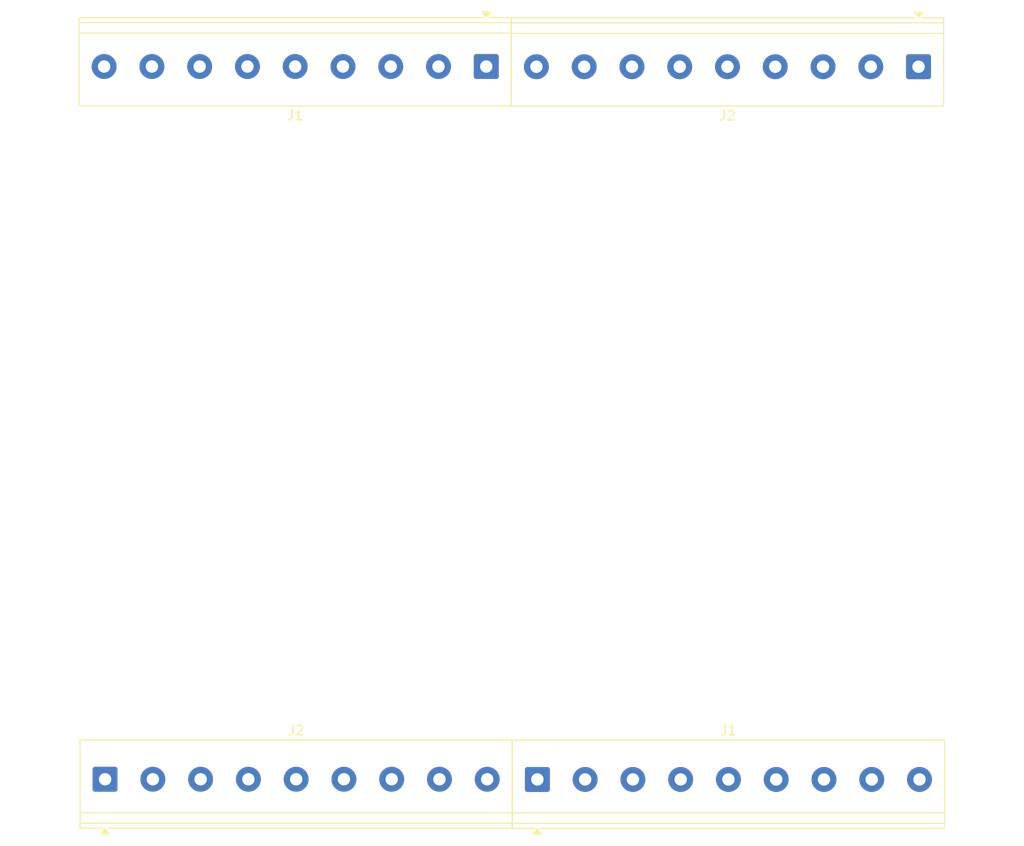
<source format=kicad_pcb>
(kicad_pcb (version 20241229) (generator "pcbnew") (generator_version "9.0")
  (layers (0 "F.Cu" signal) (2 "B.Cu" signal) (13 "F.Paste" user) (15 "B.Paste" user) (5 "F.SilkS" user "F.Silkscreen") (7 "B.SilkS" user "B.Silkscreen") (1 "F.Mask" user) (3 "B.Mask" user) (25 "Edge.Cuts" user))
  (net 0 "")
  (footprint "TerminalBlock_Phoenix:TerminalBlock_Phoenix_PT-1,5-9-5.0-H_1x09_P5.00mm_Horizontal" (layer "F.Cu") (at 204.3 116.11 180)
    (property "Reference" "J1" (at 20 -5.12 0) (layer "F.SilkS"))
    (property "Value" "Screw_Terminal_01x09")
    (fp_line (start 42.62 5.12) (end 0.3 5.12) (stroke (width 0.12)) (layer "F.SilkS"))
    (fp_line (start 42.62 -4.12) (end 42.62 5.12) (stroke (width 0.12)) (layer "F.SilkS"))
    (fp_line (start -0.3 5.12) (end -2.62 5.12) (stroke (width 0.12)) (layer "F.SilkS"))
    (fp_line (start -2.62 5.12) (end -2.62 -4.12) (stroke (width 0.12)) (layer "F.SilkS"))
    (fp_line (start -2.62 4.6) (end 42.62 4.6) (stroke (width 0.12)) (layer "F.SilkS"))
    (fp_line (start -2.62 3.5) (end 42.62 3.5) (stroke (width 0.12)) (layer "F.SilkS"))
    (fp_line (start -2.62 -4.12) (end 42.62 -4.12) (stroke (width 0.12)) (layer "F.SilkS"))
    (fp_poly (pts (xy 0 5.12) (xy 0.44 5.73) (xy -0.44 5.73)) (stroke (width 0.12)) (fill yes) (layer "F.SilkS"))
    (pad "1" thru_hole roundrect (at 0 0 180) (size 2.6 2.6) (drill 1.3) (layers "*.Cu" "*.Mask") (roundrect_rratio 0.096154))
    (pad "2" thru_hole circle (at 5 0 180) (size 2.6 2.6) (drill 1.3) (layers "*.Cu" "*.Mask"))
    (pad "3" thru_hole circle (at 10 0 180) (size 2.6 2.6) (drill 1.3) (layers "*.Cu" "*.Mask"))
    (pad "4" thru_hole circle (at 15 0 180) (size 2.6 2.6) (drill 1.3) (layers "*.Cu" "*.Mask"))
    (pad "5" thru_hole circle (at 20 0 180) (size 2.6 2.6) (drill 1.3) (layers "*.Cu" "*.Mask"))
    (pad "6" thru_hole circle (at 25 0 180) (size 2.6 2.6) (drill 1.3) (layers "*.Cu" "*.Mask"))
    (pad "7" thru_hole circle (at 30 0 180) (size 2.6 2.6) (drill 1.3) (layers "*.Cu" "*.Mask"))
    (pad "8" thru_hole circle (at 35 0 180) (size 2.6 2.6) (drill 1.3) (layers "*.Cu" "*.Mask"))
    (pad "9" thru_hole circle (at 40 0 180) (size 2.6 2.6) (drill 1.3) (layers "*.Cu" "*.Mask"))
  )
  (footprint "TerminalBlock_Phoenix:TerminalBlock_Phoenix_PT-1,5-9-5.0-H_1x09_P5.00mm_Horizontal" (layer "F.Cu") (at 209.65 190.78)
    (property "Reference" "J1" (at 20 -5.12 0) (layer "F.SilkS"))
    (property "Value" "Screw_Terminal_01x09")
    (fp_line (start -2.62 -4.12) (end 42.62 -4.12) (stroke (width 0.12)) (layer "F.SilkS"))
    (fp_line (start -2.62 3.5) (end 42.62 3.5) (stroke (width 0.12)) (layer "F.SilkS"))
    (fp_line (start -2.62 4.6) (end 42.62 4.6) (stroke (width 0.12)) (layer "F.SilkS"))
    (fp_line (start -2.62 5.12) (end -2.62 -4.12) (stroke (width 0.12)) (layer "F.SilkS"))
    (fp_line (start -0.3 5.12) (end -2.62 5.12) (stroke (width 0.12)) (layer "F.SilkS"))
    (fp_line (start 42.62 -4.12) (end 42.62 5.12) (stroke (width 0.12)) (layer "F.SilkS"))
    (fp_line (start 42.62 5.12) (end 0.3 5.12) (stroke (width 0.12)) (layer "F.SilkS"))
    (fp_poly (pts (xy 0 5.12) (xy 0.44 5.73) (xy -0.44 5.73)) (stroke (width 0.12)) (fill yes) (layer "F.SilkS"))
    (pad "1" thru_hole roundrect (at 0 0) (size 2.6 2.6) (drill 1.3) (layers "*.Cu" "*.Mask") (roundrect_rratio 0.096154))
    (pad "2" thru_hole circle (at 5 0) (size 2.6 2.6) (drill 1.3) (layers "*.Cu" "*.Mask"))
    (pad "3" thru_hole circle (at 10 0) (size 2.6 2.6) (drill 1.3) (layers "*.Cu" "*.Mask"))
    (pad "4" thru_hole circle (at 15 0) (size 2.6 2.6) (drill 1.3) (layers "*.Cu" "*.Mask"))
    (pad "5" thru_hole circle (at 20 0) (size 2.6 2.6) (drill 1.3) (layers "*.Cu" "*.Mask"))
    (pad "6" thru_hole circle (at 25 0) (size 2.6 2.6) (drill 1.3) (layers "*.Cu" "*.Mask"))
    (pad "7" thru_hole circle (at 30 0) (size 2.6 2.6) (drill 1.3) (layers "*.Cu" "*.Mask"))
    (pad "8" thru_hole circle (at 35 0) (size 2.6 2.6) (drill 1.3) (layers "*.Cu" "*.Mask"))
    (pad "9" thru_hole circle (at 40 0) (size 2.6 2.6) (drill 1.3) (layers "*.Cu" "*.Mask"))
  )
  (footprint "TerminalBlock_Phoenix:TerminalBlock_Phoenix_PT-1,5-9-5.0-H_1x09_P5.00mm_Horizontal" (layer "F.Cu") (at 249.55 116.13 180)
    (property "Reference" "J2" (at 20 -5.12 0) (layer "F.SilkS"))
    (property "Value" "Screw_Terminal_01x09")
    (fp_line (start 42.62 5.12) (end 0.3 5.12) (stroke (width 0.12)) (layer "F.SilkS"))
    (fp_line (start 42.62 -4.12) (end 42.62 5.12) (stroke (width 0.12)) (layer "F.SilkS"))
    (fp_line (start -0.3 5.12) (end -2.62 5.12) (stroke (width 0.12)) (layer "F.SilkS"))
    (fp_line (start -2.62 5.12) (end -2.62 -4.12) (stroke (width 0.12)) (layer "F.SilkS"))
    (fp_line (start -2.62 4.6) (end 42.62 4.6) (stroke (width 0.12)) (layer "F.SilkS"))
    (fp_line (start -2.62 3.5) (end 42.62 3.5) (stroke (width 0.12)) (layer "F.SilkS"))
    (fp_line (start -2.62 -4.12) (end 42.62 -4.12) (stroke (width 0.12)) (layer "F.SilkS"))
    (fp_poly (pts (xy 0 5.12) (xy 0.44 5.73) (xy -0.44 5.73)) (stroke (width 0.12)) (fill yes) (layer "F.SilkS"))
    (pad "1" thru_hole roundrect (at 0 0 180) (size 2.6 2.6) (drill 1.3) (layers "*.Cu" "*.Mask") (roundrect_rratio 0.096154))
    (pad "2" thru_hole circle (at 5 0 180) (size 2.6 2.6) (drill 1.3) (layers "*.Cu" "*.Mask"))
    (pad "3" thru_hole circle (at 10 0 180) (size 2.6 2.6) (drill 1.3) (layers "*.Cu" "*.Mask"))
    (pad "4" thru_hole circle (at 15 0 180) (size 2.6 2.6) (drill 1.3) (layers "*.Cu" "*.Mask"))
    (pad "5" thru_hole circle (at 20 0 180) (size 2.6 2.6) (drill 1.3) (layers "*.Cu" "*.Mask"))
    (pad "6" thru_hole circle (at 25 0 180) (size 2.6 2.6) (drill 1.3) (layers "*.Cu" "*.Mask"))
    (pad "7" thru_hole circle (at 30 0 180) (size 2.6 2.6) (drill 1.3) (layers "*.Cu" "*.Mask"))
    (pad "8" thru_hole circle (at 35 0 180) (size 2.6 2.6) (drill 1.3) (layers "*.Cu" "*.Mask"))
    (pad "9" thru_hole circle (at 40 0 180) (size 2.6 2.6) (drill 1.3) (layers "*.Cu" "*.Mask"))
  )
  (footprint "TerminalBlock_Phoenix:TerminalBlock_Phoenix_PT-1,5-9-5.0-H_1x09_P5.00mm_Horizontal" (layer "F.Cu") (at 164.4 190.76)
    (property "Reference" "J2" (at 20 -5.12 0) (layer "F.SilkS"))
    (property "Value" "Screw_Terminal_01x09")
    (fp_line (start -2.62 -4.12) (end 42.62 -4.12) (stroke (width 0.12)) (layer "F.SilkS"))
    (fp_line (start -2.62 3.5) (end 42.62 3.5) (stroke (width 0.12)) (layer "F.SilkS"))
    (fp_line (start -2.62 4.6) (end 42.62 4.6) (stroke (width 0.12)) (layer "F.SilkS"))
    (fp_line (start -2.62 5.12) (end -2.62 -4.12) (stroke (width 0.12)) (layer "F.SilkS"))
    (fp_line (start -0.3 5.12) (end -2.62 5.12) (stroke (width 0.12)) (layer "F.SilkS"))
    (fp_line (start 42.62 -4.12) (end 42.62 5.12) (stroke (width 0.12)) (layer "F.SilkS"))
    (fp_line (start 42.62 5.12) (end 0.3 5.12) (stroke (width 0.12)) (layer "F.SilkS"))
    (fp_poly (pts (xy 0 5.12) (xy 0.44 5.73) (xy -0.44 5.73)) (stroke (width 0.12)) (fill yes) (layer "F.SilkS"))
    (pad "1" thru_hole roundrect (at 0 0) (size 2.6 2.6) (drill 1.3) (layers "*.Cu" "*.Mask") (roundrect_rratio 0.096154))
    (pad "2" thru_hole circle (at 5 0) (size 2.6 2.6) (drill 1.3) (layers "*.Cu" "*.Mask"))
    (pad "3" thru_hole circle (at 10 0) (size 2.6 2.6) (drill 1.3) (layers "*.Cu" "*.Mask"))
    (pad "4" thru_hole circle (at 15 0) (size 2.6 2.6) (drill 1.3) (layers "*.Cu" "*.Mask"))
    (pad "5" thru_hole circle (at 20 0) (size 2.6 2.6) (drill 1.3) (layers "*.Cu" "*.Mask"))
    (pad "6" thru_hole circle (at 25 0) (size 2.6 2.6) (drill 1.3) (layers "*.Cu" "*.Mask"))
    (pad "7" thru_hole circle (at 30 0) (size 2.6 2.6) (drill 1.3) (layers "*.Cu" "*.Mask"))
    (pad "8" thru_hole circle (at 35 0) (size 2.6 2.6) (drill 1.3) (layers "*.Cu" "*.Mask"))
    (pad "9" thru_hole circle (at 40 0) (size 2.6 2.6) (drill 1.3) (layers "*.Cu" "*.Mask"))
  )
)
</source>
